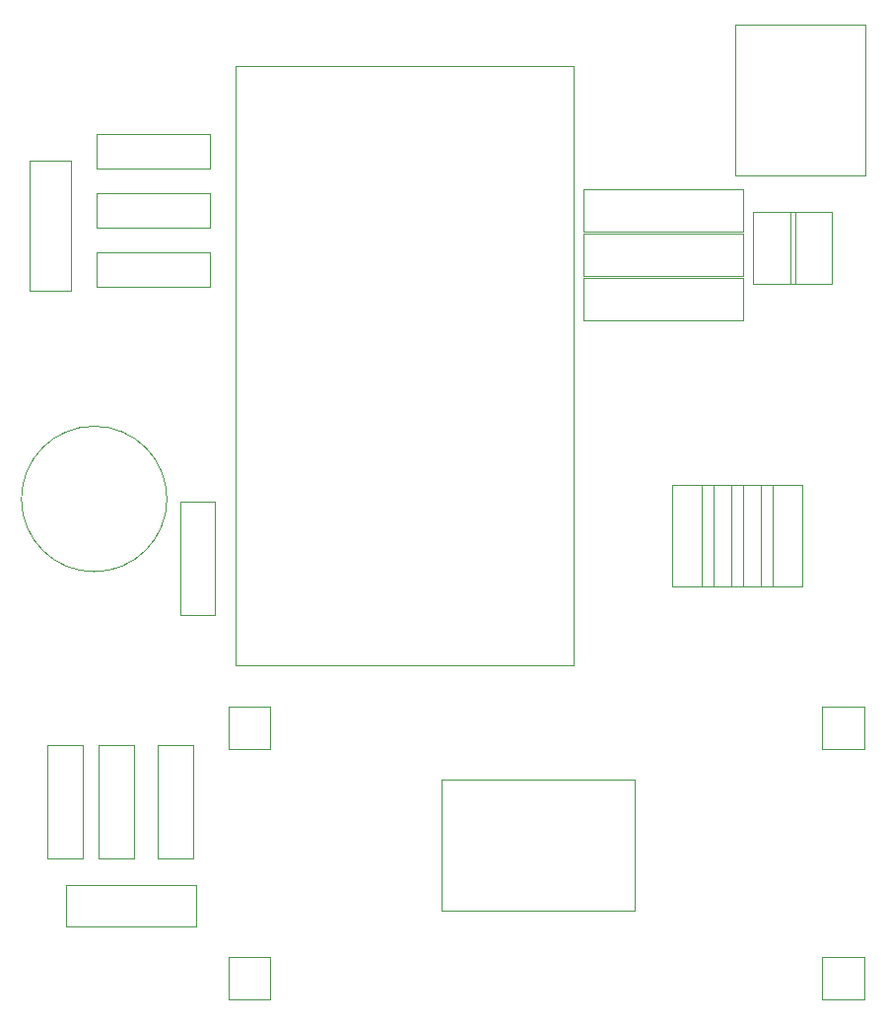
<source format=gbr>
%TF.GenerationSoftware,KiCad,Pcbnew,7.0.1*%
%TF.CreationDate,2024-01-15T22:41:26+05:30*%
%TF.ProjectId,hologlyph bot circuit,686f6c6f-676c-4797-9068-20626f742063,rev?*%
%TF.SameCoordinates,Original*%
%TF.FileFunction,Other,User*%
%FSLAX46Y46*%
G04 Gerber Fmt 4.6, Leading zero omitted, Abs format (unit mm)*
G04 Created by KiCad (PCBNEW 7.0.1) date 2024-01-15 22:41:26*
%MOMM*%
%LPD*%
G01*
G04 APERTURE LIST*
%ADD10C,0.050000*%
G04 APERTURE END LIST*
D10*
%TO.C,J5*%
X159480000Y-123630000D02*
X159480000Y-120030000D01*
X159480000Y-120030000D02*
X155880000Y-120030000D01*
X155880000Y-123630000D02*
X159480000Y-123630000D01*
X155880000Y-120030000D02*
X155880000Y-123630000D01*
%TO.C,J4*%
X142980000Y-79480000D02*
X142980000Y-88130000D01*
X142980000Y-88130000D02*
X146580000Y-88130000D01*
X146580000Y-79480000D02*
X142980000Y-79480000D01*
X146580000Y-88130000D02*
X146580000Y-79480000D01*
%TO.C,U2*%
X123150000Y-104721926D02*
X123150000Y-116021926D01*
X123150000Y-116021926D02*
X139800000Y-116021926D01*
X139800000Y-104721926D02*
X123150000Y-104721926D01*
X139800000Y-116021926D02*
X139800000Y-104721926D01*
%TO.C,D1*%
X91335000Y-62760000D02*
X87785000Y-62760000D01*
X91335000Y-51560000D02*
X91335000Y-62760000D01*
X87785000Y-62760000D02*
X87785000Y-51560000D01*
X87785000Y-51560000D02*
X91335000Y-51560000D01*
%TO.C,J7*%
X108480000Y-123630000D02*
X108480000Y-120030000D01*
X108480000Y-120030000D02*
X104880000Y-120030000D01*
X104880000Y-123630000D02*
X108480000Y-123630000D01*
X104880000Y-120030000D02*
X104880000Y-123630000D01*
%TO.C,3V3 GND 5V*%
X135360000Y-57680000D02*
X149110000Y-57680000D01*
X149110000Y-57680000D02*
X149110000Y-54080000D01*
X135360000Y-54080000D02*
X135360000Y-57680000D01*
X149110000Y-54080000D02*
X135360000Y-54080000D01*
%TO.C,J11*%
X135360000Y-65300000D02*
X149110000Y-65300000D01*
X149110000Y-65300000D02*
X149110000Y-61700000D01*
X135360000Y-61700000D02*
X135360000Y-65300000D01*
X149110000Y-61700000D02*
X135360000Y-61700000D01*
%TO.C,R1*%
X103285000Y-52300000D02*
X103285000Y-49300000D01*
X103285000Y-49300000D02*
X93565000Y-49300000D01*
X93565000Y-52300000D02*
X103285000Y-52300000D01*
X93565000Y-49300000D02*
X93565000Y-52300000D01*
%TO.C,J10*%
X153565000Y-62125000D02*
X153565000Y-55975000D01*
X153565000Y-55975000D02*
X149965000Y-55975000D01*
X149965000Y-62125000D02*
X153565000Y-62125000D01*
X149965000Y-55975000D02*
X149965000Y-62125000D01*
%TO.C,J2*%
X148060000Y-79480000D02*
X148060000Y-88130000D01*
X148060000Y-88130000D02*
X151660000Y-88130000D01*
X151660000Y-79480000D02*
X148060000Y-79480000D01*
X151660000Y-88130000D02*
X151660000Y-79480000D01*
%TO.C,R2*%
X103285000Y-57380000D02*
X103285000Y-54380000D01*
X103285000Y-54380000D02*
X93565000Y-54380000D01*
X93565000Y-57380000D02*
X103285000Y-57380000D01*
X93565000Y-54380000D02*
X93565000Y-57380000D01*
%TO.C,R6*%
X101830000Y-101820000D02*
X98830000Y-101820000D01*
X98830000Y-101820000D02*
X98830000Y-111540000D01*
X101830000Y-111540000D02*
X101830000Y-101820000D01*
X98830000Y-111540000D02*
X101830000Y-111540000D01*
%TO.C,BZ1*%
X99595000Y-80645000D02*
G75*
G03*
X99595000Y-80645000I-6250000J0D01*
G01*
%TO.C,U1*%
X105485000Y-43490000D02*
X105485000Y-94940000D01*
X105485000Y-94940000D02*
X134495000Y-94940000D01*
X134495000Y-43490000D02*
X105485000Y-43490000D01*
X134495000Y-94940000D02*
X134495000Y-43490000D01*
%TO.C,J9*%
X159595000Y-52825000D02*
X159595000Y-39885000D01*
X159595000Y-52825000D02*
X148405000Y-52825000D01*
X148405000Y-39885000D02*
X159595000Y-39885000D01*
X148405000Y-39885000D02*
X148405000Y-52825000D01*
%TO.C,R5*%
X96750000Y-101820000D02*
X93750000Y-101820000D01*
X93750000Y-101820000D02*
X93750000Y-111540000D01*
X96750000Y-111540000D02*
X96750000Y-101820000D01*
X93750000Y-111540000D02*
X96750000Y-111540000D01*
%TO.C,R4*%
X92330000Y-101820000D02*
X89330000Y-101820000D01*
X89330000Y-101820000D02*
X89330000Y-111540000D01*
X92330000Y-111540000D02*
X92330000Y-101820000D01*
X89330000Y-111540000D02*
X92330000Y-111540000D01*
%TO.C,J8*%
X108480000Y-102130000D02*
X108480000Y-98530000D01*
X108480000Y-98530000D02*
X104880000Y-98530000D01*
X104880000Y-102130000D02*
X108480000Y-102130000D01*
X104880000Y-98530000D02*
X104880000Y-102130000D01*
%TO.C,J6*%
X159480000Y-102130000D02*
X159480000Y-98530000D01*
X159480000Y-98530000D02*
X155880000Y-98530000D01*
X155880000Y-102130000D02*
X159480000Y-102130000D01*
X155880000Y-98530000D02*
X155880000Y-102130000D01*
%TO.C,J1*%
X145520000Y-79480000D02*
X145520000Y-88130000D01*
X145520000Y-88130000D02*
X149120000Y-88130000D01*
X149120000Y-79480000D02*
X145520000Y-79480000D01*
X149120000Y-88130000D02*
X149120000Y-79480000D01*
%TO.C,J3*%
X150600000Y-79480000D02*
X150600000Y-88130000D01*
X150600000Y-88130000D02*
X154200000Y-88130000D01*
X154200000Y-79480000D02*
X150600000Y-79480000D01*
X154200000Y-88130000D02*
X154200000Y-79480000D01*
%TO.C,R3*%
X103285000Y-62460000D02*
X103285000Y-59460000D01*
X103285000Y-59460000D02*
X93565000Y-59460000D01*
X93565000Y-62460000D02*
X103285000Y-62460000D01*
X93565000Y-59460000D02*
X93565000Y-62460000D01*
%TO.C,R7*%
X100735000Y-90585000D02*
X103735000Y-90585000D01*
X103735000Y-90585000D02*
X103735000Y-80865000D01*
X100735000Y-80865000D02*
X100735000Y-90585000D01*
X103735000Y-80865000D02*
X100735000Y-80865000D01*
%TO.C,SW1*%
X156740000Y-62125000D02*
X156740000Y-55975000D01*
X156740000Y-55975000D02*
X153140000Y-55975000D01*
X153140000Y-62125000D02*
X156740000Y-62125000D01*
X153140000Y-55975000D02*
X153140000Y-62125000D01*
%TO.C,D2*%
X102130000Y-113795000D02*
X102130000Y-117345000D01*
X90930000Y-113795000D02*
X102130000Y-113795000D01*
X102130000Y-117345000D02*
X90930000Y-117345000D01*
X90930000Y-117345000D02*
X90930000Y-113795000D01*
%TO.C,J12*%
X135360000Y-61490000D02*
X149110000Y-61490000D01*
X149110000Y-61490000D02*
X149110000Y-57890000D01*
X135360000Y-57890000D02*
X135360000Y-61490000D01*
X149110000Y-57890000D02*
X135360000Y-57890000D01*
%TD*%
M02*

</source>
